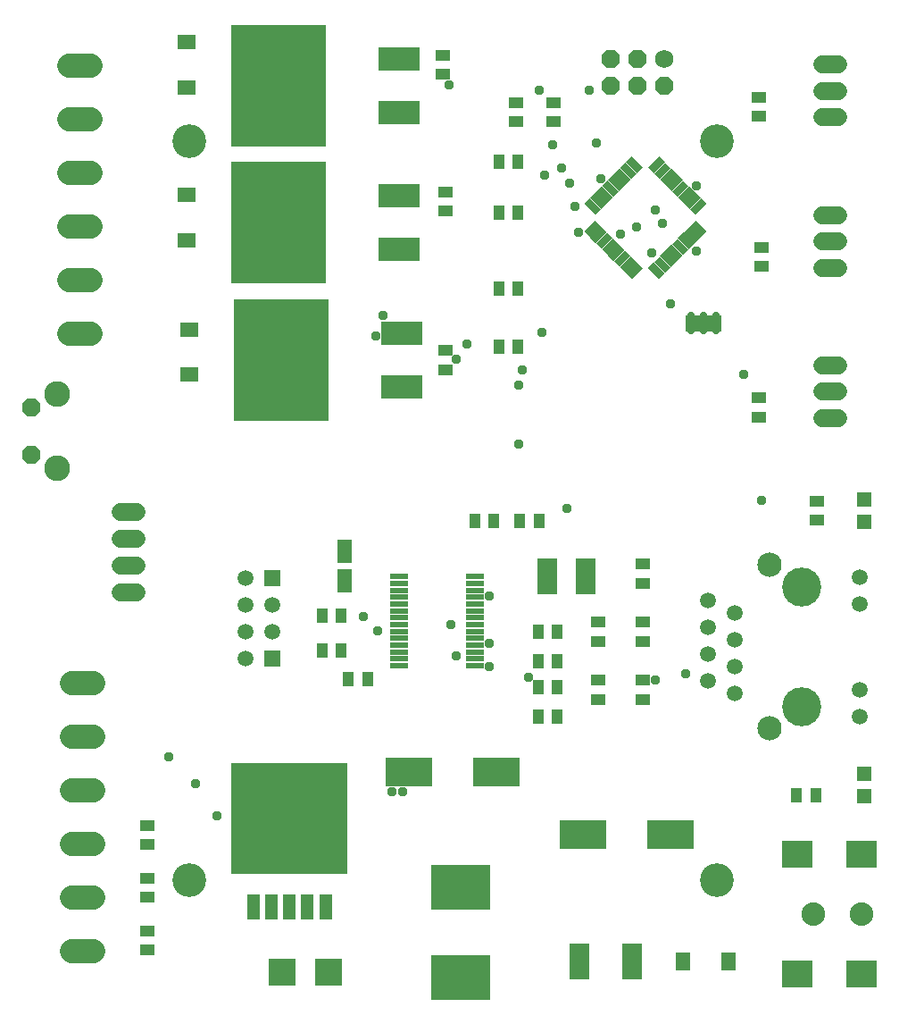
<source format=gbr>
G04 EAGLE Gerber RS-274X export*
G75*
%MOMM*%
%FSLAX34Y34*%
%LPD*%
%AMOC8*
5,1,8,0,0,1.08239X$1,22.5*%
G01*
%ADD10C,3.203200*%
%ADD11R,1.403200X1.403200*%
%ADD12R,1.473200X1.673200*%
%ADD13R,1.003200X1.403200*%
%ADD14R,1.983200X3.403200*%
%ADD15R,3.003200X2.603200*%
%ADD16C,2.235200*%
%ADD17R,1.403200X1.003200*%
%ADD18R,1.673200X1.473200*%
%ADD19R,4.013200X2.286000*%
%ADD20R,9.093200X11.633200*%
%ADD21C,1.727200*%
%ADD22R,1.511200X1.511200*%
%ADD23C,1.511200*%
%ADD24C,2.298700*%
%ADD25R,1.703200X0.603200*%
%ADD26R,1.903200X3.503200*%
%ADD27R,1.403200X2.203200*%
%ADD28C,2.303200*%
%ADD29C,3.703200*%
%ADD30R,1.473200X0.762000*%
%ADD31R,0.762000X1.473200*%
%ADD32C,0.653200*%
%ADD33R,3.495041X1.534159*%
%ADD34C,1.727200*%
%ADD35P,1.869504X8X202.500000*%
%ADD36R,4.503200X2.703200*%
%ADD37R,5.703200X4.203200*%
%ADD38R,11.003200X10.613200*%
%ADD39R,1.270000X2.362200*%
%ADD40R,2.603200X2.603200*%
%ADD41P,1.869504X8X292.500000*%
%ADD42C,2.451100*%
%ADD43C,0.959600*%


D10*
X172500Y832500D03*
X672500Y832500D03*
X172500Y132500D03*
X672500Y132500D03*
D11*
X812500Y233000D03*
X812500Y212000D03*
D12*
X684000Y55000D03*
X641000Y55000D03*
D13*
X766500Y212500D03*
X748500Y212500D03*
D14*
X592400Y55000D03*
X542600Y55000D03*
D15*
X810000Y43000D03*
X810000Y157000D03*
X749000Y43000D03*
X749000Y157000D03*
D16*
X810000Y100000D03*
X764280Y100000D03*
D17*
X412500Y914000D03*
X412500Y896000D03*
D18*
X170000Y883500D03*
X170000Y926500D03*
D19*
X371400Y859600D03*
X371400Y910400D03*
D20*
X257100Y885000D03*
D17*
X712500Y589000D03*
X712500Y571000D03*
D21*
X772380Y620000D02*
X787620Y620000D01*
X787620Y595000D02*
X772380Y595000D01*
X772380Y570000D02*
X787620Y570000D01*
D17*
X715000Y731500D03*
X715000Y713500D03*
D21*
X772380Y762500D02*
X787620Y762500D01*
X787620Y737500D02*
X772380Y737500D01*
X772380Y712500D02*
X787620Y712500D01*
D17*
X415000Y784000D03*
X415000Y766000D03*
D18*
X170000Y738500D03*
X170000Y781500D03*
D19*
X371400Y729600D03*
X371400Y780400D03*
D20*
X257100Y755000D03*
D22*
X251125Y418250D03*
X251125Y342050D03*
D23*
X251125Y392850D03*
X251125Y367450D03*
X225725Y367450D03*
X225725Y392850D03*
X225725Y418250D03*
X225725Y342050D03*
D24*
X78778Y904500D02*
X57823Y904500D01*
X57823Y853700D02*
X78778Y853700D01*
X78778Y650500D02*
X57823Y650500D01*
X57823Y802900D02*
X78778Y802900D01*
X78778Y752100D02*
X57823Y752100D01*
X57823Y701300D02*
X78778Y701300D01*
X81278Y319500D02*
X60323Y319500D01*
X60323Y268700D02*
X81278Y268700D01*
X81278Y65500D02*
X60323Y65500D01*
X60323Y217900D02*
X81278Y217900D01*
X81278Y167100D02*
X60323Y167100D01*
X60323Y116300D02*
X81278Y116300D01*
D17*
X415000Y634000D03*
X415000Y616000D03*
D18*
X172500Y611000D03*
X172500Y654000D03*
D19*
X373900Y599600D03*
X373900Y650400D03*
D20*
X259600Y625000D03*
D17*
X712500Y874000D03*
X712500Y856000D03*
D21*
X772380Y905000D02*
X787620Y905000D01*
X787620Y880000D02*
X772380Y880000D01*
X772380Y855000D02*
X787620Y855000D01*
D17*
X132500Y184000D03*
X132500Y166000D03*
X132500Y134000D03*
X132500Y116000D03*
X132500Y84000D03*
X132500Y66000D03*
D25*
X371250Y419750D03*
X371250Y413250D03*
X371250Y406750D03*
X371250Y400250D03*
X371250Y393750D03*
X371250Y387250D03*
X371250Y380750D03*
X371250Y374250D03*
X371250Y367750D03*
X371250Y361250D03*
X371250Y354750D03*
X371250Y348250D03*
X371250Y341750D03*
X371250Y335250D03*
X443750Y335250D03*
X443750Y341750D03*
X443750Y348250D03*
X443750Y354750D03*
X443750Y361250D03*
X443750Y367750D03*
X443750Y374250D03*
X443750Y380750D03*
X443750Y387250D03*
X443750Y393750D03*
X443750Y400250D03*
X443750Y406750D03*
X443750Y413250D03*
X443750Y419750D03*
D13*
X316500Y350000D03*
X298500Y350000D03*
X316500Y382500D03*
X298500Y382500D03*
X341500Y322500D03*
X323500Y322500D03*
D26*
X511500Y420000D03*
X548500Y420000D03*
D13*
X503500Y340000D03*
X521500Y340000D03*
X503500Y367500D03*
X521500Y367500D03*
D17*
X560000Y358500D03*
X560000Y376500D03*
X602500Y358500D03*
X602500Y376500D03*
X602500Y303500D03*
X602500Y321500D03*
X560000Y303500D03*
X560000Y321500D03*
D13*
X521500Y315000D03*
X503500Y315000D03*
D17*
X602500Y431500D03*
X602500Y413500D03*
D13*
X521500Y287500D03*
X503500Y287500D03*
D27*
X320000Y416000D03*
X320000Y444000D03*
D13*
X504000Y472500D03*
X486000Y472500D03*
X461500Y472500D03*
X443500Y472500D03*
D28*
X722700Y275750D03*
X722700Y430650D03*
D23*
X808400Y419450D03*
X808400Y394050D03*
X808400Y312350D03*
X808400Y286950D03*
X664300Y397600D03*
X664300Y372200D03*
X664300Y346800D03*
X664300Y321400D03*
X689700Y385000D03*
X689700Y359600D03*
X689700Y334200D03*
X689700Y308800D03*
D29*
X753000Y296200D03*
X753000Y410200D03*
D21*
X122620Y404400D02*
X107380Y404400D01*
X107380Y429800D02*
X122620Y429800D01*
X122620Y455200D02*
X107380Y455200D01*
X107380Y480600D02*
X122620Y480600D01*
D17*
X482500Y869000D03*
X482500Y851000D03*
D13*
X466000Y812500D03*
X484000Y812500D03*
X466000Y765000D03*
X484000Y765000D03*
D17*
X767500Y491500D03*
X767500Y473500D03*
D11*
X812500Y493000D03*
X812500Y472000D03*
D30*
G36*
X613040Y717750D02*
X623456Y707334D01*
X618068Y701946D01*
X607652Y712362D01*
X613040Y717750D01*
G37*
G36*
X618697Y723407D02*
X629113Y712991D01*
X623725Y707603D01*
X613309Y718019D01*
X618697Y723407D01*
G37*
G36*
X624354Y729063D02*
X634770Y718647D01*
X629382Y713259D01*
X618966Y723675D01*
X624354Y729063D01*
G37*
G36*
X630011Y734720D02*
X640427Y724304D01*
X635039Y718916D01*
X624623Y729332D01*
X630011Y734720D01*
G37*
G36*
X635668Y740377D02*
X646084Y729961D01*
X640696Y724573D01*
X630280Y734989D01*
X635668Y740377D01*
G37*
G36*
X641325Y746034D02*
X651741Y735618D01*
X646353Y730230D01*
X635937Y740646D01*
X641325Y746034D01*
G37*
G36*
X646981Y751691D02*
X657397Y741275D01*
X652009Y735887D01*
X641593Y746303D01*
X646981Y751691D01*
G37*
G36*
X652638Y757348D02*
X663054Y746932D01*
X657666Y741544D01*
X647250Y751960D01*
X652638Y757348D01*
G37*
D31*
G36*
X657666Y778456D02*
X663054Y773068D01*
X652638Y762652D01*
X647250Y768040D01*
X657666Y778456D01*
G37*
G36*
X652009Y784113D02*
X657397Y778725D01*
X646981Y768309D01*
X641593Y773697D01*
X652009Y784113D01*
G37*
G36*
X646353Y789770D02*
X651741Y784382D01*
X641325Y773966D01*
X635937Y779354D01*
X646353Y789770D01*
G37*
G36*
X640696Y795427D02*
X646084Y790039D01*
X635668Y779623D01*
X630280Y785011D01*
X640696Y795427D01*
G37*
G36*
X635039Y801084D02*
X640427Y795696D01*
X630011Y785280D01*
X624623Y790668D01*
X635039Y801084D01*
G37*
G36*
X629382Y806741D02*
X634770Y801353D01*
X624354Y790937D01*
X618966Y796325D01*
X629382Y806741D01*
G37*
G36*
X623725Y812397D02*
X629113Y807009D01*
X618697Y796593D01*
X613309Y801981D01*
X623725Y812397D01*
G37*
G36*
X618068Y818054D02*
X623456Y812666D01*
X613040Y802250D01*
X607652Y807638D01*
X618068Y818054D01*
G37*
D30*
G36*
X591932Y818054D02*
X602348Y807638D01*
X596960Y802250D01*
X586544Y812666D01*
X591932Y818054D01*
G37*
G36*
X586275Y812397D02*
X596691Y801981D01*
X591303Y796593D01*
X580887Y807009D01*
X586275Y812397D01*
G37*
G36*
X580618Y806741D02*
X591034Y796325D01*
X585646Y790937D01*
X575230Y801353D01*
X580618Y806741D01*
G37*
G36*
X574961Y801084D02*
X585377Y790668D01*
X579989Y785280D01*
X569573Y795696D01*
X574961Y801084D01*
G37*
G36*
X569304Y795427D02*
X579720Y785011D01*
X574332Y779623D01*
X563916Y790039D01*
X569304Y795427D01*
G37*
G36*
X563647Y789770D02*
X574063Y779354D01*
X568675Y773966D01*
X558259Y784382D01*
X563647Y789770D01*
G37*
G36*
X557991Y784113D02*
X568407Y773697D01*
X563019Y768309D01*
X552603Y778725D01*
X557991Y784113D01*
G37*
G36*
X552334Y778456D02*
X562750Y768040D01*
X557362Y762652D01*
X546946Y773068D01*
X552334Y778456D01*
G37*
D31*
G36*
X557362Y757348D02*
X562750Y751960D01*
X552334Y741544D01*
X546946Y746932D01*
X557362Y757348D01*
G37*
G36*
X563019Y751691D02*
X568407Y746303D01*
X557991Y735887D01*
X552603Y741275D01*
X563019Y751691D01*
G37*
G36*
X568675Y746034D02*
X574063Y740646D01*
X563647Y730230D01*
X558259Y735618D01*
X568675Y746034D01*
G37*
G36*
X574332Y740377D02*
X579720Y734989D01*
X569304Y724573D01*
X563916Y729961D01*
X574332Y740377D01*
G37*
G36*
X579989Y734720D02*
X585377Y729332D01*
X574961Y718916D01*
X569573Y724304D01*
X579989Y734720D01*
G37*
G36*
X585646Y729063D02*
X591034Y723675D01*
X580618Y713259D01*
X575230Y718647D01*
X585646Y729063D01*
G37*
G36*
X591303Y723407D02*
X596691Y718019D01*
X586275Y707603D01*
X580887Y712991D01*
X591303Y723407D01*
G37*
G36*
X596960Y717750D02*
X602348Y712362D01*
X591932Y701946D01*
X586544Y707334D01*
X596960Y717750D01*
G37*
D17*
X517500Y869000D03*
X517500Y851000D03*
D13*
X484000Y692500D03*
X466000Y692500D03*
D32*
X648000Y667275D02*
X648000Y652725D01*
X660000Y652725D02*
X660000Y667275D01*
X672000Y667275D02*
X672000Y652725D01*
D33*
X659975Y659975D03*
D13*
X484000Y637500D03*
X466000Y637500D03*
D34*
X622900Y910200D03*
D35*
X597500Y910200D03*
X572100Y910200D03*
X622900Y884800D03*
X597500Y884800D03*
X572100Y884800D03*
D36*
X464000Y235000D03*
X381000Y235000D03*
X629000Y175000D03*
X546000Y175000D03*
D37*
X430000Y125000D03*
X430000Y40000D03*
D38*
X267500Y190400D03*
D39*
X233464Y107088D03*
X250482Y107088D03*
X267500Y107088D03*
X284518Y107088D03*
X301536Y107088D03*
D40*
X260500Y45000D03*
X304500Y45000D03*
D41*
X22554Y580106D03*
X22554Y534894D03*
D42*
X47446Y592552D03*
X47446Y522448D03*
D43*
X374524Y216346D03*
X198998Y192875D03*
X562296Y797011D03*
X509230Y800072D03*
X493922Y324519D03*
X698022Y611280D03*
X537804Y770478D03*
X349011Y648018D03*
X153075Y249002D03*
X484738Y601075D03*
X484738Y544947D03*
X611280Y726596D03*
X425549Y625567D03*
X420446Y374524D03*
X530660Y484738D03*
X614341Y767416D03*
X628628Y678633D03*
X337786Y381667D03*
X351052Y368401D03*
X621485Y754150D03*
X653120Y789867D03*
X418405Y885794D03*
X596993Y751088D03*
X541886Y745986D03*
X435754Y639854D03*
X178588Y223490D03*
X504127Y880692D03*
X653120Y728637D03*
X457184Y334724D03*
X457184Y356155D03*
X457184Y401057D03*
X364319Y216346D03*
X715371Y491881D03*
X614341Y321458D03*
X425549Y344929D03*
X642915Y327581D03*
X525558Y807216D03*
X558214Y830687D03*
X581685Y743945D03*
X532701Y792929D03*
X487799Y615362D03*
X552091Y880692D03*
X517394Y828646D03*
X356155Y667407D03*
X507189Y651079D03*
M02*

</source>
